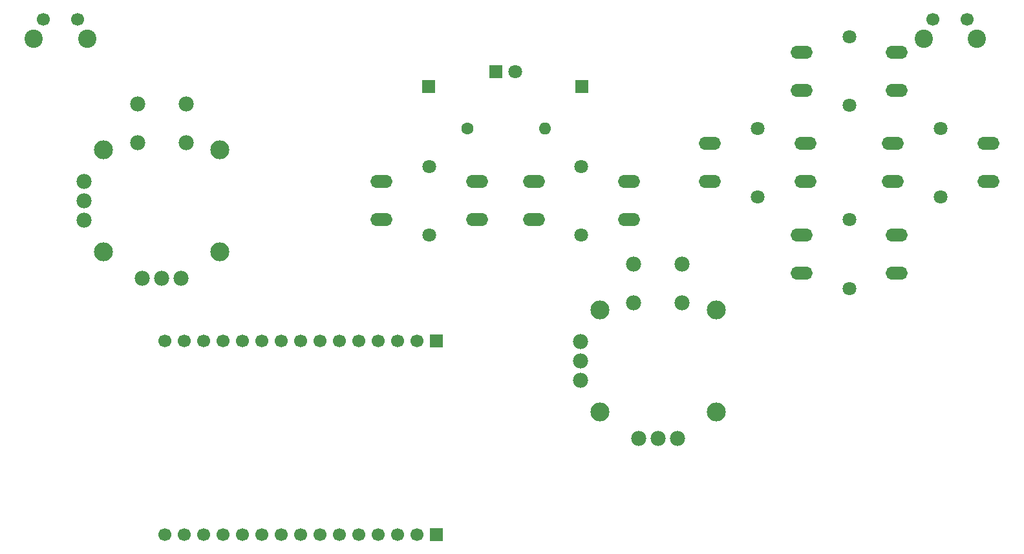
<source format=gts>
%TF.GenerationSoftware,KiCad,Pcbnew,9.0.1*%
%TF.CreationDate,2025-05-27T01:22:21+01:00*%
%TF.ProjectId,Controller,436f6e74-726f-46c6-9c65-722e6b696361,rev?*%
%TF.SameCoordinates,Original*%
%TF.FileFunction,Soldermask,Top*%
%TF.FilePolarity,Negative*%
%FSLAX46Y46*%
G04 Gerber Fmt 4.6, Leading zero omitted, Abs format (unit mm)*
G04 Created by KiCad (PCBNEW 9.0.1) date 2025-05-27 01:22:21*
%MOMM*%
%LPD*%
G01*
G04 APERTURE LIST*
%ADD10C,1.800000*%
%ADD11O,2.900000X1.700000*%
%ADD12R,1.700000X1.700000*%
%ADD13C,1.700000*%
%ADD14C,2.400000*%
%ADD15C,1.981200*%
%ADD16C,2.489200*%
%ADD17R,1.800000X1.800000*%
%ADD18C,1.600000*%
%ADD19O,1.600000X1.600000*%
G04 APERTURE END LIST*
D10*
%TO.C,SW8*%
X159079452Y-63520108D03*
X159079452Y-72520108D03*
D11*
X152829452Y-65520108D03*
X165329452Y-65520108D03*
X152829452Y-70520108D03*
X165329452Y-70520108D03*
%TD*%
D12*
%TO.C,J5*%
X160020000Y-86360000D03*
D13*
X157480000Y-86360000D03*
X154940000Y-86360000D03*
X152400000Y-86360000D03*
X149860000Y-86360000D03*
X147320000Y-86360000D03*
X144780000Y-86360000D03*
X142240000Y-86360000D03*
X139700000Y-86360000D03*
X137160000Y-86360000D03*
X134620000Y-86360000D03*
X132080000Y-86360000D03*
X129540000Y-86360000D03*
X127000000Y-86360000D03*
X124460000Y-86360000D03*
%TD*%
D12*
%TO.C,J2*%
X160020000Y-111760000D03*
D13*
X157480000Y-111760000D03*
X154940000Y-111760000D03*
X152400000Y-111760000D03*
X149860000Y-111760000D03*
X147320000Y-111760000D03*
X144780000Y-111760000D03*
X142240000Y-111760000D03*
X139700000Y-111760000D03*
X137160000Y-111760000D03*
X134620000Y-111760000D03*
X132080000Y-111760000D03*
X129540000Y-111760000D03*
X127000000Y-111760000D03*
X124460000Y-111760000D03*
%TD*%
D14*
%TO.C,SW5*%
X223829999Y-46755000D03*
X230829999Y-46755000D03*
D13*
X225079999Y-44255000D03*
X229579999Y-44255000D03*
%TD*%
D10*
%TO.C,SW3*%
X214094180Y-70520108D03*
X214094180Y-79520108D03*
D11*
X207844180Y-72520108D03*
X220344180Y-72520108D03*
X207844180Y-77520108D03*
X220344180Y-77520108D03*
%TD*%
D10*
%TO.C,SW4*%
X202094180Y-58520108D03*
X202094180Y-67520108D03*
D11*
X195844180Y-60520108D03*
X208344180Y-60520108D03*
X195844180Y-65520108D03*
X208344180Y-65520108D03*
%TD*%
D15*
%TO.C,RV2*%
X178895452Y-86480108D03*
X178895452Y-89020108D03*
X178895452Y-91560108D03*
X186515452Y-99180108D03*
X189055452Y-99180108D03*
X191595452Y-99180108D03*
X185880452Y-76320108D03*
X192230452Y-76320108D03*
X185880452Y-81400108D03*
X192230452Y-81400108D03*
D16*
X181435452Y-82352608D03*
X181435452Y-95687608D03*
X196675452Y-82352608D03*
X196675452Y-95687608D03*
%TD*%
D14*
%TO.C,SW6*%
X107275452Y-46755000D03*
X114275452Y-46755000D03*
D13*
X108525452Y-44255000D03*
X113025452Y-44255000D03*
%TD*%
D12*
%TO.C,J3*%
X179055452Y-53020108D03*
%TD*%
D15*
%TO.C,RV1*%
X113895452Y-65480108D03*
X113895452Y-68020108D03*
X113895452Y-70560108D03*
X121515452Y-78180108D03*
X124055452Y-78180108D03*
X126595452Y-78180108D03*
X120880452Y-55320108D03*
X127230452Y-55320108D03*
X120880452Y-60400108D03*
X127230452Y-60400108D03*
D16*
X116435452Y-61352608D03*
X116435452Y-74687608D03*
X131675452Y-61352608D03*
X131675452Y-74687608D03*
%TD*%
D17*
%TO.C,D1*%
X167805729Y-51087338D03*
D10*
X170345729Y-51087338D03*
%TD*%
%TO.C,SW2*%
X226094180Y-58520108D03*
X226094180Y-67520108D03*
D11*
X219844180Y-60520108D03*
X232344180Y-60520108D03*
X219844180Y-65520108D03*
X232344180Y-65520108D03*
%TD*%
D18*
%TO.C,R1*%
X164055729Y-58587338D03*
D19*
X174215729Y-58587338D03*
%TD*%
D10*
%TO.C,SW7*%
X179031452Y-63520108D03*
X179031452Y-72520108D03*
D11*
X172781452Y-65520108D03*
X185281452Y-65520108D03*
X172781452Y-70520108D03*
X185281452Y-70520108D03*
%TD*%
D12*
%TO.C,J1*%
X159055452Y-53020108D03*
%TD*%
D10*
%TO.C,SW1*%
X214094180Y-46520108D03*
X214094180Y-55520108D03*
D11*
X207844180Y-48520108D03*
X220344180Y-48520108D03*
X207844180Y-53520108D03*
X220344180Y-53520108D03*
%TD*%
M02*

</source>
